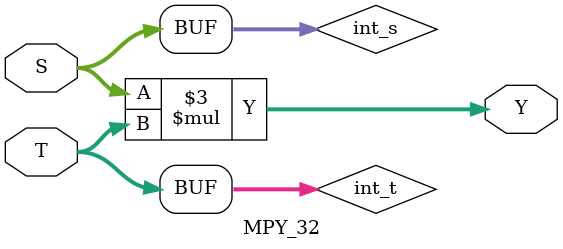
<source format=v>
`timescale 1ns / 1ps
/****************************** C E C S  4 4 0 ******************************
 * 
 * File Name:  MPY_32.v
 * Project:    Lab_Assignment_1
 * Designer:   Chanartip Soonthornwan
 * Email:      Chanartip.Soonthornwan@gmail.com
 * Rev. No.:   Version 1.0
 * Rev. Date:  Current Rev. Date 9/3/2017
 *
 * Purpose:    Multiply two 32-bit inputs and return a 64-bit results.
 *             
 * Notes:      Two inputs are needed to be casted as integers before
 *             being operated.
 *
 ****************************************************************************/
module MPY_32(S, T, Y);
   
   input      [31:0] S, T;       // 32-bit inputs
   output reg [63:0]    Y;       // 64-bit result
   
   integer   int_s, int_t;       // integer for each inputs
   
   // Cast S and T into integers
   always@(*) begin
      int_s <= S;
      int_t <= T;
   end
   
   // Multiply the two integers
   always@(*)   
      Y = int_s * int_t;    
                       
endmodule

</source>
